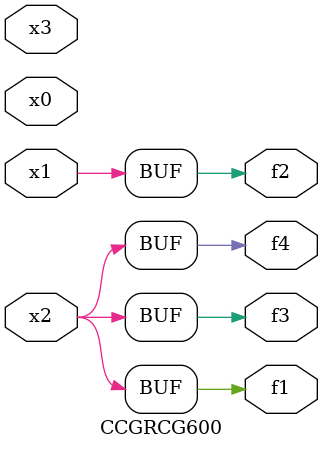
<source format=v>
module CCGRCG600(
	input x0, x1, x2, x3,
	output f1, f2, f3, f4
);
	assign f1 = x2;
	assign f2 = x1;
	assign f3 = x2;
	assign f4 = x2;
endmodule

</source>
